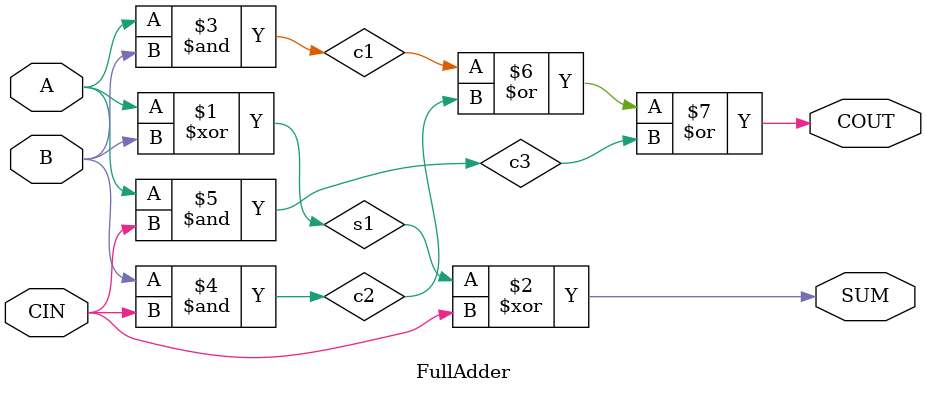
<source format=v>
module Adder(A,B,CIN,SUM,COUT);
input [3:0]A,B;
input CIN;
output wire [3:0]SUM;
output COUT;
FullAdder FA1(A[0],B[0],CIN,SUM[0],COUT1);
FullAdder FA2(A[1],B[1],COUT1,SUM[1],COUT2);
FullAdder FA3(A[2],B[2],COUT2,SUM[2],COUT3);
FullAdder FA4(A[3],B[3],COUT3,SUM[3],COUT);
endmodule

module FullAdder(A,B,CIN,SUM,COUT);
input A,B,CIN;
output wire SUM,COUT;
wire s1,c1,c2,c3;
xor(s1,A,B);
xor(SUM,s1,CIN);
and(c1,A,B);
and(c2,B,CIN);
and(c3,A,CIN);
or(COUT,c1,c2,c3);
endmodule
</source>
